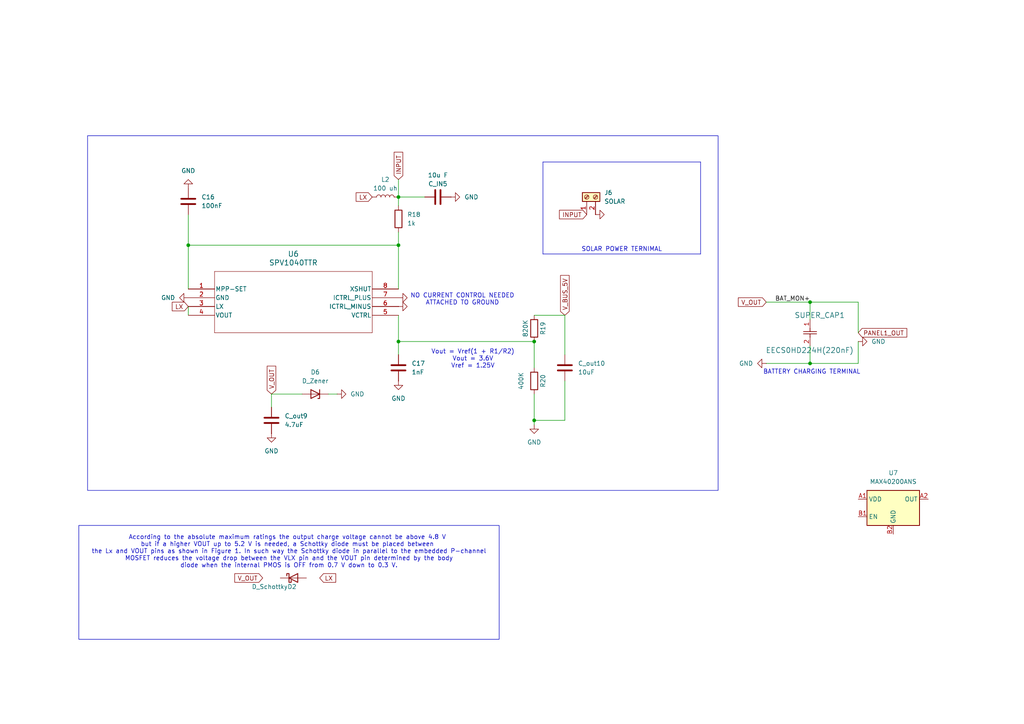
<source format=kicad_sch>
(kicad_sch (version 20231120) (generator "eeschema") (generator_version "8.0")
  (paper "A4")
  (lib_symbols
    (symbol "2024-06-07_14-27-39:SPV1040TTR" (pin_names (offset 0.254))
      (property "Reference" "U" (at 30.48 10.16 0))
      (property "Value" "SPV1040TTR" (at 30.48 7.62 0))
      (symbol "SPV1040TTR_0_1"
        (polyline (pts (xy 7.62 -12.7) (xy 53.34 -12.7)) (stroke (width 0.127)))
        (polyline (pts (xy 7.62 5.08) (xy 7.62 -12.7)) (stroke (width 0.127)))
        (polyline (pts (xy 53.34 -12.7) (xy 53.34 5.08)) (stroke (width 0.127)))
        (polyline (pts (xy 53.34 5.08) (xy 7.62 5.08)) (stroke (width 0.127)))
        (pin unspecified line (at 0 0 0) (length 7.62) (name "MPP-SET") (number "1"))
        (pin power_out line (at 0 -2.54 0) (length 7.62) (name "GND") (number "2"))
        (pin unspecified line (at 0 -5.08 0) (length 7.62) (name "LX") (number "3"))
        (pin output line (at 0 -7.62 0) (length 7.62) (name "VOUT") (number "4"))
        (pin unspecified line (at 60.96 -7.62 180) (length 7.62) (name "VCTRL") (number "5"))
        (pin unspecified line (at 60.96 -5.08 180) (length 7.62) (name "ICTRL_MINUS") (number "6"))
        (pin unspecified line (at 60.96 -2.54 180) (length 7.62) (name "ICTRL_PLUS") (number "7"))
        (pin unspecified line (at 60.96 0 180) (length 7.62) (name "XSHUT") (number "8"))
      )
    )
    (symbol "2024-06-08_06-57-05:super_capacitor" (pin_names (offset 0.254))
      (property "Reference" "SUPER_CAPACITOR" (at -1.27 10.16 90))
      (property "Value" "EECS0HD224H" (at 7.62 7.62 90))
      (symbol "super_capacitor_1_1"
        (polyline (pts (xy 2.54 0) (xy 3.4798 0)) (stroke (width 0.2032)))
        (polyline (pts (xy 3.4798 -1.905) (xy 3.4798 1.905)) (stroke (width 0.2032)))
        (polyline (pts (xy 4.1148 -1.905) (xy 4.1148 1.905)) (stroke (width 0.2032)))
        (polyline (pts (xy 4.1148 0) (xy 5.08 0)) (stroke (width 0.2032)))
        (pin passive line (at 0 0 0) (length 2.54) (name "") (number "1"))
        (pin passive line (at 7.62 0 180) (length 2.54) (name "") (number "2"))
      )
      (symbol "super_capacitor_1_2"
        (polyline (pts (xy -1.905 -4.1148) (xy 1.905 -4.1148)) (stroke (width 0.2032)))
        (polyline (pts (xy -1.905 -3.4798) (xy 1.905 -3.4798)) (stroke (width 0.2032)))
        (polyline (pts (xy 0 -4.1148) (xy 0 -5.08)) (stroke (width 0.2032)))
        (polyline (pts (xy 0 -2.54) (xy 0 -3.4798)) (stroke (width 0.2032)))
        (pin unspecified line (at 0 0 270) (length 2.54) (name "") (number "1"))
        (pin unspecified line (at 0 -7.62 90) (length 2.54) (name "") (number "2"))
      )
    )
    (symbol "Analog_Switch:MAX40200ANS"
      (property "Reference" "U" (at -6.35 6.35 0))
      (property "Value" "MAX40200ANS" (at 7.62 6.35 0))
      (symbol "MAX40200ANS_0_1"
        (rectangle (start -7.62 -5.08) (end 7.62 5.08) (stroke (width 0.254)) (fill (type background)))
      )
      (symbol "MAX40200ANS_1_1"
        (pin power_in line (at -10.16 2.54 0) (length 2.54) (name "VDD") (number "A1"))
        (pin passive line (at 10.16 2.54 180) (length 2.54) (name "OUT") (number "A2"))
        (pin input line (at -10.16 -2.54 0) (length 2.54) (name "EN") (number "B1"))
        (pin power_in line (at 0 -7.62 90) (length 2.54) (name "GND") (number "B2"))
      )
    )
    (symbol "Connector:Screw_Terminal_01x02" (pin_names (offset 1.016) hide)
      (property "Reference" "J" (at 0 2.54 0))
      (property "Value" "Screw_Terminal_01x02" (at 0 -5.08 0))
      (symbol "Screw_Terminal_01x02_1_1"
        (rectangle (start -1.27 1.27) (end 1.27 -3.81) (stroke (width 0.254)) (fill (type background)))
        (circle (center 0 -2.54) (radius 0.635) (stroke (width 0.1524)))
        (polyline (pts (xy -0.5334 -2.2098) (xy 0.3302 -3.048)) (stroke (width 0.1524)))
        (polyline (pts (xy -0.5334 0.3302) (xy 0.3302 -0.508)) (stroke (width 0.1524)))
        (polyline (pts (xy -0.3556 -2.032) (xy 0.508 -2.8702)) (stroke (width 0.1524)))
        (polyline (pts (xy -0.3556 0.508) (xy 0.508 -0.3302)) (stroke (width 0.1524)))
        (circle (center 0 0) (radius 0.635) (stroke (width 0.1524)))
        (pin passive line (at -5.08 0 0) (length 3.81) (name "Pin_1") (number "1"))
        (pin passive line (at -5.08 -2.54 0) (length 3.81) (name "Pin_2") (number "2"))
      )
    )
    (symbol "Device:C" (pin_numbers hide) (pin_names (offset 0.254))
      (property "Reference" "C" (at 0.635 2.54 0))
      (property "Value" "C" (at 0.635 -2.54 0))
      (symbol "C_0_1"
        (polyline (pts (xy -2.032 -0.762) (xy 2.032 -0.762)) (stroke (width 0.508)))
        (polyline (pts (xy -2.032 0.762) (xy 2.032 0.762)) (stroke (width 0.508)))
      )
      (symbol "C_1_1"
        (pin passive line (at 0 3.81 270) (length 2.794) (name "~") (number "1"))
        (pin passive line (at 0 -3.81 90) (length 2.794) (name "~") (number "2"))
      )
    )
    (symbol "Device:D_Schottky" (pin_numbers hide) (pin_names (offset 1.016) hide)
      (property "Reference" "D" (at 0 2.54 0))
      (property "Value" "D_Schottky" (at 0 -2.54 0))
      (symbol "D_Schottky_0_1"
        (polyline (pts (xy 1.27 0) (xy -1.27 0)))
        (polyline (pts (xy 1.27 1.27) (xy 1.27 -1.27) (xy -1.27 0) (xy 1.27 1.27)) (stroke (width 0.254)))
        (polyline (pts (xy -1.905 0.635) (xy -1.905 1.27) (xy -1.27 1.27) (xy -1.27 -1.27) (xy -0.635 -1.27) (xy -0.635 -0.635)) (stroke (width 0.254)))
      )
      (symbol "D_Schottky_1_1"
        (pin passive line (at -3.81 0 0) (length 2.54) (name "K") (number "1"))
        (pin passive line (at 3.81 0 180) (length 2.54) (name "A") (number "2"))
      )
    )
    (symbol "Device:D_Zener" (pin_numbers hide) (pin_names (offset 1.016) hide)
      (property "Reference" "D" (at 0 2.54 0))
      (property "Value" "D_Zener" (at 0 -2.54 0))
      (symbol "D_Zener_0_1"
        (polyline (pts (xy 1.27 0) (xy -1.27 0)))
        (polyline (pts (xy -1.27 -1.27) (xy -1.27 1.27) (xy -0.762 1.27)) (stroke (width 0.254)))
        (polyline (pts (xy 1.27 -1.27) (xy 1.27 1.27) (xy -1.27 0) (xy 1.27 -1.27)) (stroke (width 0.254)))
      )
      (symbol "D_Zener_1_1"
        (pin passive line (at -3.81 0 0) (length 2.54) (name "K") (number "1"))
        (pin passive line (at 3.81 0 180) (length 2.54) (name "A") (number "2"))
      )
    )
    (symbol "Device:L" (pin_numbers hide) (pin_names (offset 1.016) hide)
      (property "Reference" "L" (at -1.27 0 90))
      (property "Value" "L" (at 1.905 0 90))
      (symbol "L_0_1"
        (arc (start 0 -2.54) (mid 0.6323 -1.905) (end 0 -1.27))
        (arc (start 0 -1.27) (mid 0.6323 -0.635) (end 0 0))
        (arc (start 0 0) (mid 0.6323 0.635) (end 0 1.27))
        (arc (start 0 1.27) (mid 0.6323 1.905) (end 0 2.54))
      )
      (symbol "L_1_1"
        (pin passive line (at 0 3.81 270) (length 1.27) (name "1") (number "1"))
        (pin passive line (at 0 -3.81 90) (length 1.27) (name "2") (number "2"))
      )
    )
    (symbol "Device:R" (pin_numbers hide) (pin_names (offset 0))
      (property "Reference" "R" (at 2.032 0 90))
      (property "Value" "R" (at 0 0 90))
      (symbol "R_0_1"
        (rectangle (start -1.016 -2.54) (end 1.016 2.54) (stroke (width 0.254)))
      )
      (symbol "R_1_1"
        (pin passive line (at 0 3.81 270) (length 1.27) (name "~") (number "1"))
        (pin passive line (at 0 -3.81 90) (length 1.27) (name "~") (number "2"))
      )
    )
    (symbol "power:GND" (power) (pin_numbers hide) (pin_names (offset 0) hide)
      (property "Value" "GND" (at 0 -3.81 0))
      (symbol "GND_0_1"
        (polyline (pts (xy 0 0) (xy 0 -1.27) (xy 1.27 -1.27) (xy 0 -2.54) (xy -1.27 -1.27) (xy 0 -1.27)))
      )
      (symbol "GND_1_1"
        (pin power_in line (at 0 0 270) (length 0) (name "~") (number "1"))
      )
    )
  )
  (junction (at 234.95 87.63))
  (junction (at 154.94 99.06))
  (junction (at 115.57 57.15))
  (junction (at 115.57 99.06))
  (junction (at 54.61 71.12))
  (junction (at 115.57 71.12))
  (junction (at 154.94 121.92))
  (junction (at 234.95 105.41))
  (polyline (pts (xy 157.48 46.99) (xy 203.2 46.99)))
  (wire (pts (xy 222.25 105.41) (xy 234.95 105.41)))
  (wire (pts (xy 78.74 114.3) (xy 78.74 118.11)))
  (wire (pts (xy 248.92 99.06) (xy 248.92 105.41)))
  (wire (pts (xy 54.61 71.12) (xy 54.61 83.82)))
  (wire (pts (xy 115.57 57.15) (xy 115.57 59.69)))
  (wire (pts (xy 115.57 52.07) (xy 115.57 57.15)))
  (polyline (pts (xy 157.48 73.66) (xy 203.2 73.66)))
  (wire (pts (xy 234.95 92.71) (xy 234.95 87.63)))
  (wire (pts (xy 154.94 121.92) (xy 154.94 123.19)))
  (wire (pts (xy 115.57 57.15) (xy 123.19 57.15)))
  (wire (pts (xy 248.92 87.63) (xy 248.92 96.52)))
  (wire (pts (xy 222.25 87.63) (xy 234.95 87.63)))
  (polyline (pts (xy 203.2 73.66) (xy 203.2 46.99)))
  (wire (pts (xy 115.57 71.12) (xy 54.61 71.12)))
  (wire (pts (xy 163.83 91.44) (xy 163.83 102.87)))
  (wire (pts (xy 234.95 100.33) (xy 234.95 105.41)))
  (wire (pts (xy 154.94 114.3) (xy 154.94 121.92)))
  (wire (pts (xy 115.57 99.06) (xy 154.94 99.06)))
  (wire (pts (xy 54.61 88.9) (xy 54.61 91.44)))
  (wire (pts (xy 163.83 110.49) (xy 163.83 121.92)))
  (wire (pts (xy 234.95 87.63) (xy 248.92 87.63)))
  (wire (pts (xy 115.57 91.44) (xy 115.57 99.06)))
  (polyline (pts (xy 157.48 46.99) (xy 157.48 73.66)))
  (wire (pts (xy 54.61 62.23) (xy 54.61 71.12)))
  (wire (pts (xy 115.57 99.06) (xy 115.57 102.87)))
  (wire (pts (xy 234.95 105.41) (xy 248.92 105.41)))
  (wire (pts (xy 115.57 71.12) (xy 115.57 83.82)))
  (wire (pts (xy 154.94 121.92) (xy 163.83 121.92)))
  (wire (pts (xy 154.94 99.06) (xy 154.94 106.68)))
  (wire (pts (xy 78.74 114.3) (xy 87.63 114.3)))
  (wire (pts (xy 115.57 67.31) (xy 115.57 71.12)))
  (wire (pts (xy 154.94 91.44) (xy 163.83 91.44)))
  (wire (pts (xy 95.25 114.3) (xy 97.79 114.3)))
  (rectangle (start 22.86 152.4) (end 144.78 185.42))
  (rectangle (start 25.4 39.37) (end 208.28 142.24))
  (text "SOLAR POWER TERNIMAL\n" (at 180.34 72.39 0) (effects (font (size 1.27 1.27))))
  (text "According to the absolute maximum ratings the output charge voltage cannot be above 4.8 V \nbut if a higher VOUT up to 5.2 V is needed, a Schottky diode must be placed between \nthe Lx and VOUT pins as shown in Figure 1. In such way the Schottky diode in parallel to the embedded P-channel\n MOSFET reduces the voltage drop between the VLX pin and the VOUT pin determined by the body \ndiode when the internal PMOS is OFF from 0.7 V down to 0.3 V." (at 83.82 160.02 0) (effects (font (size 1.27 1.27))))
  (text "NO CURRENT CONTROL NEEDED\nATTACHED TO GROUND\n" (at 134.112 86.868 0) (effects (font (size 1.27 1.27))))
  (text "BATTERY CHARGING TERMINAL\n" (at 235.458 107.95 0) (effects (font (size 1.27 1.27))))
  (text "Vout = Vref(1 + R1/R2)\nVout = 3.6V\nVref = 1.25V" (at 137.16 104.14 0) (effects (font (size 1.27 1.27))))
  (label "BAT_MON+" (at 224.79 87.63 0))
  (global_label "INPUT" (shape input) (at 170.18 62.23 180) (property "Intersheetrefs" "${INTERSHEET_REFS}" (effects (hide yes))))
  (global_label "V_BUS_5V" (shape input) (at 163.83 91.44 90) (property "Intersheetrefs" "${INTERSHEET_REFS}" (effects (hide yes))))
  (global_label "PANEL1_OUT" (shape input) (at 248.92 96.52 0) (property "Intersheetrefs" "${INTERSHEET_REFS}" (effects (hide yes))))
  (global_label "INPUT" (shape input) (at 115.57 52.07 90) (property "Intersheetrefs" "${INTERSHEET_REFS}" (effects (hide yes))))
  (global_label "V_OUT" (shape input) (at 78.74 114.3 90) (property "Intersheetrefs" "${INTERSHEET_REFS}" (effects (hide yes))))
  (global_label "V_OUT" (shape input) (at 76.2 167.64 180) (property "Intersheetrefs" "${INTERSHEET_REFS}" (effects (hide yes))))
  (global_label "LX" (shape input) (at 107.95 57.15 180) (property "Intersheetrefs" "${INTERSHEET_REFS}" (effects (hide yes))))
  (global_label "LX" (shape input) (at 92.71 167.64 0) (property "Intersheetrefs" "${INTERSHEET_REFS}" (effects (hide yes))))
  (global_label "LX" (shape input) (at 54.61 88.9 180) (property "Intersheetrefs" "${INTERSHEET_REFS}" (effects (hide yes))))
  (global_label "V_OUT" (shape input) (at 222.25 87.63 180) (property "Intersheetrefs" "${INTERSHEET_REFS}" (effects (hide yes))))
  (symbol (lib_id "Device:R") (at 154.94 110.49 180) (unit 1)
    (property "Reference" "R20" (at 157.48 110.49 90))
    (property "Value" "400K" (at 151.13 110.49 90))
    (property "Footprint" "Resistor_SMD:R_0603_1608Metric" (effects (hide yes)))
    (property "Description" "Resistor" (effects (hide yes)))
  )
  (symbol (lib_id "Device:R") (at 115.57 63.5 0) (unit 1)
    (property "Reference" "R18" (at 118.11 62.2299 0) (effects (justify left)))
    (property "Value" "1k" (at 118.11 64.7699 0) (effects (justify left)))
    (property "Footprint" "Resistor_SMD:R_0603_1608Metric" (effects (hide yes)))
    (property "Description" "Resistor" (effects (hide yes)))
  )
  (symbol (lib_id "power:GND") (at 115.57 88.9 90) (unit 1)
    (property "Reference" "#PWR060" (effects (hide yes)))
    (property "Value" "GND" (effects (hide yes)))
    (property "Description" "Power symbol creates a global label with name \"GND\" , ground" (effects (hide yes)))
  )
  (symbol (lib_id "2024-06-07_14-27-39:SPV1040TTR") (at 54.61 83.82 0) (unit 1)
    (property "Reference" "U6" (at 85.09 73.66 0) (effects (font (size 1.524 1.524))))
    (property "Value" "SPV1040TTR" (at 85.09 76.2 0) (effects (font (size 1.524 1.524))))
    (property "Footprint" "SPV1040:SOP65P640X120-8N" (effects (hide yes)))
    (property "Datasheet" "SPV1040TTR" (effects (hide yes)))
  )
  (symbol (lib_id "Device:C") (at 115.57 106.68 0) (unit 1)
    (property "Reference" "C17" (at 119.38 105.4099 0) (effects (justify left)))
    (property "Value" "1nF" (at 119.38 107.9499 0) (effects (justify left)))
    (property "Footprint" "Capacitor_SMD:C_0603_1608Metric" (effects (hide yes)))
    (property "Description" "Unpolarized capacitor" (effects (hide yes)))
  )
  (symbol (lib_id "Device:L") (at 111.76 57.15 90) (unit 1)
    (property "Reference" "L2" (at 111.76 52.07 90))
    (property "Value" "100 uh" (at 111.76 54.61 90))
    (property "Footprint" "Inductor_SMD:L_Coilcraft_XAL6060-XXX" (effects (hide yes)))
    (property "Description" "Inductor" (effects (hide yes)))
  )
  (symbol (lib_id "power:GND") (at 115.57 86.36 90) (unit 1)
    (property "Reference" "#PWR059" (effects (hide yes)))
    (property "Value" "GND" (effects (hide yes)))
    (property "Description" "Power symbol creates a global label with name \"GND\" , ground" (effects (hide yes)))
  )
  (symbol (lib_id "Device:C") (at 78.74 121.92 180) (unit 1)
    (property "Reference" "C_out9" (at 82.55 120.6499 0) (effects (justify right)))
    (property "Value" "4.7uF" (at 82.55 123.1899 0) (effects (justify right)))
    (property "Footprint" "Capacitor_SMD:C_0603_1608Metric" (effects (hide yes)))
    (property "Description" "Unpolarized capacitor" (effects (hide yes)))
  )
  (symbol (lib_id "power:GND") (at 248.92 99.06 90) (unit 1)
    (property "Reference" "#PWR066" (effects (hide yes)))
    (property "Value" "GND" (at 252.73 99.0599 90) (effects (justify right)))
    (property "Description" "Power symbol creates a global label with name \"GND\" , ground" (effects (hide yes)))
  )
  (symbol (lib_id "power:GND") (at 172.72 62.23 90) (unit 1)
    (property "Reference" "#PWR064" (effects (hide yes)))
    (property "Value" "GND" (effects (hide yes)))
    (property "Description" "Power symbol creates a global label with name \"GND\" , ground" (effects (hide yes)))
  )
  (symbol (lib_id "2024-06-08_06-57-05:super_capacitor") (at 234.95 92.71 270) (unit 1)
    (property "Reference" "SUPER_CAP1" (at 245.11 91.44 90) (effects (font (size 1.524 1.524)) (justify right)))
    (property "Value" "EECS0HD224H(220nF)" (at 247.65 101.6 90) (effects (font (size 1.524 1.524)) (justify right)))
    (property "Footprint" "SPV1040T:CAP_EECS0_H_PAN" (effects (hide yes)))
    (property "Datasheet" "EECS0HD224H" (effects (hide yes)))
  )
  (symbol (lib_id "Device:D_Schottky") (at 85.09 167.64 0) (unit 1)
    (property "Reference" "D2" (at 86.0426 170.18 0) (effects (justify right)))
    (property "Value" "D_Schottky" (at 83.5026 170.18 0) (effects (justify right)))
    (property "Description" "Schottky diode" (effects (hide yes)))
  )
  (symbol (lib_id "Analog_Switch:MAX40200ANS") (at 259.08 147.32 0) (unit 1)
    (property "Reference" "U7" (at 259.08 137.16 0))
    (property "Value" "MAX40200ANS" (at 259.08 139.7 0))
    (property "Footprint" "Package_TO_SOT_SMD:SOT-23-5" (effects (hide yes)))
    (property "Datasheet" "https://datasheets.maximintegrated.com/en/ds/MAX40200.pdf" (effects (hide yes)))
    (property "Description" "Ideal Diode, Ultra-Low Voltage Drop, 1.5-5.5V, 1A, WLP-4" (effects (hide yes)))
  )
  (symbol (lib_id "Device:D_Zener") (at 91.44 114.3 180) (unit 1)
    (property "Reference" "D6" (at 91.44 107.95 0))
    (property "Value" "D_Zener" (at 91.44 110.49 0))
    (property "Footprint" "Diode_SMD:D_1210_3225Metric" (effects (hide yes)))
    (property "Description" "Zener diode" (effects (hide yes)))
  )
  (symbol (lib_id "Device:R") (at 154.94 95.25 180) (unit 1)
    (property "Reference" "R19" (at 157.48 95.25 90))
    (property "Value" "820K" (at 152.4 95.25 90))
    (property "Footprint" "Resistor_SMD:R_0603_1608Metric" (effects (hide yes)))
    (property "Description" "Resistor" (effects (hide yes)))
  )
  (symbol (lib_id "power:GND") (at 115.57 110.49 0) (unit 1)
    (property "Reference" "#PWR061" (effects (hide yes)))
    (property "Value" "GND" (at 115.57 115.57 0))
    (property "Description" "Power symbol creates a global label with name \"GND\" , ground" (effects (hide yes)))
  )
  (symbol (lib_id "Device:C") (at 127 57.15 90) (unit 1)
    (property "Reference" "C_IN5" (at 127 53.34 90))
    (property "Value" "10u F" (at 127 50.8 90))
    (property "Footprint" "Capacitor_SMD:C_0603_1608Metric" (effects (hide yes)))
    (property "Description" "Unpolarized capacitor" (effects (hide yes)))
  )
  (symbol (lib_id "power:GND") (at 97.79 114.3 90) (unit 1)
    (property "Reference" "#PWR058" (effects (hide yes)))
    (property "Value" "GND" (at 101.6 114.2999 90) (effects (justify right)))
    (property "Description" "Power symbol creates a global label with name \"GND\" , ground" (effects (hide yes)))
  )
  (symbol (lib_id "power:GND") (at 222.25 105.41 270) (unit 1)
    (property "Reference" "#PWR065" (effects (hide yes)))
    (property "Value" "GND" (at 218.44 105.4099 90) (effects (justify right)))
    (property "Description" "Power symbol creates a global label with name \"GND\" , ground" (effects (hide yes)))
  )
  (symbol (lib_id "power:GND") (at 54.61 54.61 180) (unit 1)
    (property "Reference" "#PWR055" (effects (hide yes)))
    (property "Value" "GND" (at 54.61 49.53 0))
    (property "Description" "Power symbol creates a global label with name \"GND\" , ground" (effects (hide yes)))
  )
  (symbol (lib_id "Device:C") (at 54.61 58.42 0) (unit 1)
    (property "Reference" "C16" (at 58.42 57.1499 0) (effects (justify left)))
    (property "Value" "100nF" (at 58.42 59.6899 0) (effects (justify left)))
    (property "Footprint" "Capacitor_SMD:C_0603_1608Metric" (effects (hide yes)))
    (property "Description" "Unpolarized capacitor" (effects (hide yes)))
  )
  (symbol (lib_id "power:GND") (at 54.61 86.36 270) (unit 1)
    (property "Reference" "#PWR056" (effects (hide yes)))
    (property "Value" "GND" (at 50.8 86.3599 90) (effects (justify right)))
    (property "Description" "Power symbol creates a global label with name \"GND\" , ground" (effects (hide yes)))
  )
  (symbol (lib_id "Device:C") (at 163.83 106.68 0) (unit 1)
    (property "Reference" "C_out10" (at 167.64 105.4099 0) (effects (justify left)))
    (property "Value" "10uF" (at 167.64 107.9499 0) (effects (justify left)))
    (property "Footprint" "Capacitor_SMD:C_0603_1608Metric" (effects (hide yes)))
    (property "Description" "Unpolarized capacitor" (effects (hide yes)))
  )
  (symbol (lib_id "Connector:Screw_Terminal_01x02") (at 170.18 57.15 90) (unit 1)
    (property "Reference" "J6" (at 175.26 55.8799 90) (effects (justify right)))
    (property "Value" "SOLAR" (at 175.26 58.4199 90) (effects (justify right)))
    (property "Footprint" "TerminalBlock_Phoenix:TerminalBlock_Phoenix_PT-1,5-2-5.0-H_1x02_P5.00mm_Horizontal" (effects (hide yes)))
    (property "Description" "Generic screw terminal, single row, 01x02, script generated (kicad-library-utils/schlib/autogen/connector/)" (effects (hide yes)))
  )
  (symbol (lib_id "power:GND") (at 154.94 123.19 0) (unit 1)
    (property "Reference" "#PWR063" (effects (hide yes)))
    (property "Value" "GND" (at 154.94 128.27 0))
    (property "Description" "Power symbol creates a global label with name \"GND\" , ground" (effects (hide yes)))
  )
  (symbol (lib_id "power:GND") (at 78.74 125.73 0) (unit 1)
    (property "Reference" "#PWR057" (effects (hide yes)))
    (property "Value" "GND" (at 78.74 130.81 0))
    (property "Description" "Power symbol creates a global label with name \"GND\" , ground" (effects (hide yes)))
  )
  (symbol (lib_id "power:GND") (at 130.81 57.15 90) (unit 1)
    (property "Reference" "#PWR062" (effects (hide yes)))
    (property "Value" "GND" (at 134.6833 57.1499 90) (effects (justify right)))
    (property "Description" "Power symbol creates a global label with name \"GND\" , ground" (effects (hide yes)))
  )
)
</source>
